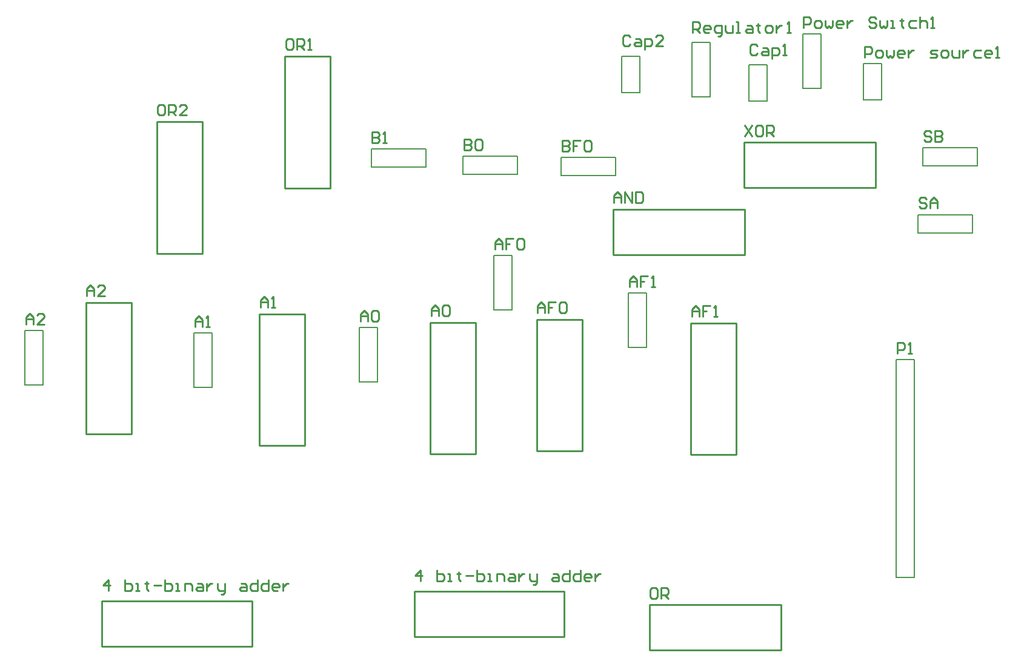
<source format=gto>
%FSTAX23Y23*%
%MOIN*%
%SFA1B1*%

%IPPOS*%
%ADD10C,0.007870*%
%ADD11C,0.010000*%
%LNpcb1-1*%
%LPD*%
G54D10*
X04812Y04595D02*
X04912D01*
Y04395D02*
Y04595D01*
X04812Y04395D02*
X04912D01*
X04812D02*
Y04595D01*
X04849Y02989D02*
X04949D01*
X04849D02*
Y03289D01*
X04949*
Y02989D02*
Y03289D01*
X06321Y01798D02*
Y02923D01*
Y01723D02*
Y01798D01*
Y01723D02*
X06421D01*
Y02923*
X06321D02*
X06421D01*
X0644Y03622D02*
X0674D01*
Y03722*
X0644D02*
X0674D01*
X0644Y03622D02*
Y03722D01*
X06468Y03989D02*
X06768D01*
Y04089*
X06468D02*
X06768D01*
X06468Y03989D02*
Y04089D01*
X04778Y03936D02*
Y04036D01*
X04478Y03936D02*
X04778D01*
X04478D02*
Y04036D01*
X04778*
X05806Y04418D02*
Y04718D01*
Y04418D02*
X05906D01*
Y04718*
X05806D02*
X05906D01*
X0551Y04547D02*
X0561D01*
Y04347D02*
Y04547D01*
X0551Y04347D02*
X0561D01*
X0551D02*
Y04547D01*
X05196Y0437D02*
Y0467D01*
Y0437D02*
X05296D01*
Y0467*
X05196D02*
X05296D01*
X06141Y04354D02*
X06241D01*
X06141D02*
Y04554D01*
X06241*
Y04354D02*
Y04554D01*
X03937Y03943D02*
X04237D01*
Y04043*
X03937D02*
X04237D01*
X03937Y03943D02*
Y04043D01*
X03433Y04083D02*
X03733D01*
X03433Y03983D02*
Y04083D01*
Y03983D02*
X03733D01*
Y04083*
X04109Y03197D02*
Y03497D01*
Y03197D02*
X04209D01*
Y03497*
X04109D02*
X04209D01*
X03367Y02799D02*
Y03099D01*
Y02799D02*
X03467D01*
Y03099*
X03367D02*
X03467D01*
X02459Y0277D02*
Y0307D01*
Y0277D02*
X02559D01*
Y0307*
X02459D02*
X02559D01*
X01529Y02784D02*
Y03084D01*
Y02784D02*
X01629D01*
Y03084*
X01529D02*
X01629D01*
G54D11*
X02959Y04593D02*
X03209D01*
X02959Y03868D02*
Y04593D01*
Y03868D02*
X03209D01*
Y04593*
X02253Y04233D02*
X02503D01*
X02253Y03508D02*
Y04233D01*
Y03508D02*
X02503D01*
Y04233*
X0367Y01398D02*
X04495D01*
Y01648*
X0367Y01398D02*
Y01648D01*
X04495*
X01952Y01345D02*
X02777D01*
Y01595*
X01952Y01345D02*
Y01595D01*
X02777*
X05484Y0387D02*
Y0412D01*
Y0387D02*
X06209D01*
Y0412*
X05484D02*
X06209D01*
X04763Y03502D02*
Y03752D01*
Y03502D02*
X05488D01*
Y03752*
X04763D02*
X05488D01*
X05688Y01323D02*
Y01573D01*
X04963D02*
X05688D01*
X04963Y01323D02*
Y01573D01*
Y01323D02*
X05688D01*
X01864Y03238D02*
X02114D01*
X01864Y02513D02*
Y03238D01*
Y02513D02*
X02114D01*
Y03238*
X03759Y03128D02*
X04009D01*
X03759Y02403D02*
Y03128D01*
Y02403D02*
X04009D01*
Y03128*
X02818Y03174D02*
X03068D01*
X02818Y02449D02*
Y03174D01*
Y02449D02*
X03068D01*
Y03174*
X04343Y03145D02*
X04593D01*
X04343Y0242D02*
Y03145D01*
Y0242D02*
X04593D01*
Y03145*
X05192Y03125D02*
X05442D01*
X05192Y024D02*
Y03125D01*
Y024D02*
X05442D01*
Y03125*
X04858Y04699D02*
X04848Y04709D01*
X04828*
X04818Y04699*
Y04659*
X04828Y04649*
X04848*
X04858Y04659*
X04888Y04689D02*
X04908D01*
X04918Y04679*
Y04649*
X04888*
X04878Y04659*
X04888Y04669*
X04918*
X04938Y04629D02*
Y04689D01*
X04968*
X04978Y04679*
Y04659*
X04968Y04649*
X04938*
X05038D02*
X04998D01*
X05038Y04689*
Y04699*
X05028Y04709*
X05008*
X04998Y04699*
X06328Y02957D02*
Y03017D01*
X06358*
X06368Y03007*
Y02987*
X06358Y02977*
X06328*
X06388Y02957D02*
X06408D01*
X06398*
Y03017*
X06388Y03007*
X02287Y04328D02*
X02268D01*
X02258Y04318*
Y04279*
X02268Y04269*
X02287*
X02297Y04279*
Y04318*
X02287Y04328*
X02317Y04269D02*
Y04328D01*
X02347*
X02357Y04318*
Y04298*
X02347Y04288*
X02317*
X02337D02*
X02357Y04269D01*
X02417D02*
X02377D01*
X02417Y04308*
Y04318*
X02407Y04328*
X02387*
X02377Y04318*
X02994Y04689D02*
X02974D01*
X02964Y04679*
Y04639*
X02974Y04629*
X02994*
X03004Y04639*
Y04679*
X02994Y04689*
X03024Y04629D02*
Y04689D01*
X03054*
X03064Y04679*
Y04659*
X03054Y04649*
X03024*
X03044D02*
X03064Y04629D01*
X03084D02*
X03104D01*
X03094*
Y04689*
X03084Y04679*
X05489Y04215D02*
X05529Y04155D01*
Y04215D02*
X05489Y04155D01*
X05579Y04215D02*
X05559D01*
X05549Y04205*
Y04165*
X05559Y04155*
X05579*
X05589Y04165*
Y04205*
X05579Y04215*
X05609Y04155D02*
Y04215D01*
X05639*
X05649Y04205*
Y04185*
X05639Y04175*
X05609*
X05629D02*
X05649Y04155D01*
X06514Y04173D02*
X06504Y04183D01*
X06484*
X06474Y04173*
Y04163*
X06484Y04153*
X06504*
X06514Y04143*
Y04133*
X06504Y04123*
X06484*
X06474Y04133*
X06534Y04183D02*
Y04123D01*
X06564*
X06574Y04133*
Y04143*
X06564Y04153*
X06534*
X06564*
X06574Y04163*
Y04173*
X06564Y04183*
X06534*
X06486Y03806D02*
X06476Y03816D01*
X06456*
X06446Y03806*
Y03796*
X06456Y03786*
X06476*
X06486Y03776*
Y03766*
X06476Y03756*
X06456*
X06446Y03766*
X06506Y03756D02*
Y03796D01*
X06526Y03816*
X06546Y03796*
Y03756*
Y03786*
X06506*
X04998Y01668D02*
X04978D01*
X04968Y01658*
Y01618*
X04978Y01608*
X04998*
X05008Y01618*
Y01658*
X04998Y01668*
X05028Y01608D02*
Y01668D01*
X05058*
X05068Y01658*
Y01638*
X05058Y01628*
X05028*
X05048D02*
X05068Y01608D01*
X04768Y03787D02*
Y03827D01*
X04788Y03847*
X04808Y03827*
Y03787*
Y03817*
X04768*
X04828Y03787D02*
Y03847D01*
X04868Y03787*
Y03847*
X04888D02*
Y03787D01*
X04918*
X04928Y03797*
Y03837*
X04918Y03847*
X04888*
X01988Y0165D02*
Y0171D01*
X01958Y0168*
X01998*
X02078Y0171D02*
Y0165D01*
X02108*
X02118Y0166*
Y0167*
Y0168*
X02108Y0169*
X02078*
X02138Y0165D02*
X02158D01*
X02148*
Y0169*
X02138*
X02198Y017D02*
Y0169D01*
X02188*
X02208*
X02198*
Y0166*
X02208Y0165*
X02238Y0168D02*
X02278D01*
X02298Y0171D02*
Y0165D01*
X02328*
X02338Y0166*
Y0167*
Y0168*
X02328Y0169*
X02298*
X02358Y0165D02*
X02378D01*
X02368*
Y0169*
X02358*
X02408Y0165D02*
Y0169D01*
X02438*
X02448Y0168*
Y0165*
X02478Y0169D02*
X02498D01*
X02508Y0168*
Y0165*
X02478*
X02468Y0166*
X02478Y0167*
X02508*
X02528Y0169D02*
Y0165D01*
Y0167*
X02538Y0168*
X02548Y0169*
X02558*
X02588D02*
Y0166D01*
X02598Y0165*
X02628*
Y0164*
X02618Y0163*
X02608*
X02628Y0165D02*
Y0169D01*
X02717D02*
X02737D01*
X02747Y0168*
Y0165*
X02717*
X02707Y0166*
X02717Y0167*
X02747*
X02807Y0171D02*
Y0165D01*
X02777*
X02767Y0166*
Y0168*
X02777Y0169*
X02807*
X02867Y0171D02*
Y0165D01*
X02837*
X02827Y0166*
Y0168*
X02837Y0169*
X02867*
X02917Y0165D02*
X02897D01*
X02887Y0166*
Y0168*
X02897Y0169*
X02917*
X02927Y0168*
Y0167*
X02887*
X02947Y0169D02*
Y0165D01*
Y0167*
X02957Y0168*
X02967Y0169*
X02977*
X03705Y01703D02*
Y01763D01*
X03675Y01733*
X03715*
X03795Y01763D02*
Y01703D01*
X03825*
X03835Y01713*
Y01723*
Y01733*
X03825Y01743*
X03795*
X03855Y01703D02*
X03875D01*
X03865*
Y01743*
X03855*
X03915Y01753D02*
Y01743D01*
X03905*
X03925*
X03915*
Y01713*
X03925Y01703*
X03955Y01733D02*
X03995D01*
X04015Y01763D02*
Y01703D01*
X04045*
X04055Y01713*
Y01723*
Y01733*
X04045Y01743*
X04015*
X04075Y01703D02*
X04095D01*
X04085*
Y01743*
X04075*
X04125Y01703D02*
Y01743D01*
X04155*
X04165Y01733*
Y01703*
X04195Y01743D02*
X04215D01*
X04225Y01733*
Y01703*
X04195*
X04185Y01713*
X04195Y01723*
X04225*
X04245Y01743D02*
Y01703D01*
Y01723*
X04255Y01733*
X04265Y01743*
X04275*
X04305D02*
Y01713D01*
X04315Y01703*
X04345*
Y01693*
X04335Y01683*
X04325*
X04345Y01703D02*
Y01743D01*
X04435D02*
X04455D01*
X04465Y01733*
Y01703*
X04435*
X04425Y01713*
X04435Y01723*
X04465*
X04525Y01763D02*
Y01703D01*
X04495*
X04485Y01713*
Y01733*
X04495Y01743*
X04525*
X04585Y01763D02*
Y01703D01*
X04555*
X04545Y01713*
Y01733*
X04555Y01743*
X04585*
X04635Y01703D02*
X04615D01*
X04605Y01713*
Y01733*
X04615Y01743*
X04635*
X04645Y01733*
Y01723*
X04605*
X04665Y01743D02*
Y01703D01*
Y01723*
X04675Y01733*
X04685Y01743*
X04695*
X05202Y04724D02*
Y04784D01*
X05232*
X05242Y04774*
Y04754*
X05232Y04744*
X05202*
X05222D02*
X05242Y04724D01*
X05292D02*
X05272D01*
X05262Y04734*
Y04754*
X05272Y04764*
X05292*
X05302Y04754*
Y04744*
X05262*
X05342Y04704D02*
X05352D01*
X05362Y04714*
Y04764*
X05332*
X05322Y04754*
Y04734*
X05332Y04724*
X05362*
X05382Y04764D02*
Y04734D01*
X05392Y04724*
X05422*
Y04764*
X05442Y04724D02*
X05462D01*
X05452*
Y04784*
X05442*
X05502Y04764D02*
X05522D01*
X05532Y04754*
Y04724*
X05502*
X05492Y04734*
X05502Y04744*
X05532*
X05562Y04774D02*
Y04764D01*
X05552*
X05572*
X05562*
Y04734*
X05572Y04724*
X05612D02*
X05632D01*
X05642Y04734*
Y04754*
X05632Y04764*
X05612*
X05602Y04754*
Y04734*
X05612Y04724*
X05662Y04764D02*
Y04724D01*
Y04744*
X05672Y04754*
X05682Y04764*
X05692*
X05722Y04724D02*
X05742D01*
X05732*
Y04784*
X05722Y04774*
X05812Y04752D02*
Y04812D01*
X05842*
X05852Y04802*
Y04782*
X05842Y04772*
X05812*
X05882Y04752D02*
X05902D01*
X05912Y04762*
Y04782*
X05902Y04792*
X05882*
X05872Y04782*
Y04762*
X05882Y04752*
X05932Y04792D02*
Y04762D01*
X05942Y04752*
X05952Y04762*
X05962Y04752*
X05972Y04762*
Y04792*
X06022Y04752D02*
X06002D01*
X05992Y04762*
Y04782*
X06002Y04792*
X06022*
X06032Y04782*
Y04772*
X05992*
X06052Y04792D02*
Y04752D01*
Y04772*
X06062Y04782*
X06072Y04792*
X06082*
X06212Y04802D02*
X06202Y04812D01*
X06182*
X06172Y04802*
Y04792*
X06182Y04782*
X06202*
X06212Y04772*
Y04762*
X06202Y04752*
X06182*
X06172Y04762*
X06232Y04792D02*
Y04762D01*
X06242Y04752*
X06252Y04762*
X06262Y04752*
X06272Y04762*
Y04792*
X06292Y04752D02*
X06312D01*
X06302*
Y04792*
X06292*
X06352Y04802D02*
Y04792D01*
X06342*
X06362*
X06352*
Y04762*
X06362Y04752*
X06432Y04792D02*
X06402D01*
X06392Y04782*
Y04762*
X06402Y04752*
X06432*
X06452Y04812D02*
Y04752D01*
Y04782*
X06462Y04792*
X06482*
X06492Y04782*
Y04752*
X06512D02*
X06532D01*
X06522*
Y04812*
X06512Y04802*
X06147Y04588D02*
Y04648D01*
X06177*
X06187Y04638*
Y04618*
X06177Y04608*
X06147*
X06217Y04588D02*
X06237D01*
X06247Y04598*
Y04618*
X06237Y04628*
X06217*
X06207Y04618*
Y04598*
X06217Y04588*
X06267Y04628D02*
Y04598D01*
X06277Y04588*
X06287Y04598*
X06297Y04588*
X06307Y04598*
Y04628*
X06357Y04588D02*
X06337D01*
X06327Y04598*
Y04618*
X06337Y04628*
X06357*
X06367Y04618*
Y04608*
X06327*
X06387Y04628D02*
Y04588D01*
Y04608*
X06397Y04618*
X06407Y04628*
X06417*
X06507Y04588D02*
X06537D01*
X06547Y04598*
X06537Y04608*
X06517*
X06507Y04618*
X06517Y04628*
X06547*
X06576Y04588D02*
X06596D01*
X06606Y04598*
Y04618*
X06596Y04628*
X06576*
X06567Y04618*
Y04598*
X06576Y04588*
X06626Y04628D02*
Y04598D01*
X06636Y04588*
X06666*
Y04628*
X06686D02*
Y04588D01*
Y04608*
X06696Y04618*
X06706Y04628*
X06716*
X06786D02*
X06756D01*
X06746Y04618*
Y04598*
X06756Y04588*
X06786*
X06836D02*
X06816D01*
X06806Y04598*
Y04618*
X06816Y04628*
X06836*
X06846Y04618*
Y04608*
X06806*
X06866Y04588D02*
X06886D01*
X06876*
Y04648*
X06866Y04638*
X04484Y0413D02*
Y0407D01*
X04514*
X04524Y0408*
Y0409*
X04514Y041*
X04484*
X04514*
X04524Y0411*
Y0412*
X04514Y0413*
X04484*
X04584D02*
X04544D01*
Y041*
X04564*
X04544*
Y0407*
X04604Y0412D02*
X04614Y0413D01*
X04634*
X04644Y0412*
Y0408*
X04634Y0407*
X04614*
X04604Y0408*
Y0412*
X03943Y04137D02*
Y04077D01*
X03973*
X03983Y04087*
Y04097*
X03973Y04107*
X03943*
X03973*
X03983Y04117*
Y04127*
X03973Y04137*
X03943*
X04003Y04127D02*
X04013Y04137D01*
X04033*
X04043Y04127*
Y04087*
X04033Y04077*
X04013*
X04003Y04087*
Y04127*
X03439Y04177D02*
Y04117D01*
X03469*
X03479Y04127*
Y04137*
X03469Y04147*
X03439*
X03469*
X03479Y04157*
Y04167*
X03469Y04177*
X03439*
X03499Y04117D02*
X03519D01*
X03509*
Y04177*
X03499Y04167*
X04854Y03323D02*
Y03363D01*
X04874Y03383*
X04894Y03363*
Y03323*
Y03353*
X04854*
X04954Y03383D02*
X04914D01*
Y03353*
X04934*
X04914*
Y03323*
X04974D02*
X04994D01*
X04984*
Y03383*
X04974Y03373*
X04115Y03531D02*
Y03571D01*
X04135Y03591*
X04155Y03571*
Y03531*
Y03561*
X04115*
X04215Y03591D02*
X04175D01*
Y03561*
X04195*
X04175*
Y03531*
X04235Y03581D02*
X04245Y03591D01*
X04265*
X04275Y03581*
Y03541*
X04265Y03531*
X04245*
X04235Y03541*
Y03581*
X03373Y03133D02*
Y03173D01*
X03393Y03193*
X03413Y03173*
Y03133*
Y03163*
X03373*
X03433Y03183D02*
X03443Y03193D01*
X03463*
X03473Y03183*
Y03143*
X03463Y03133*
X03443*
X03433Y03143*
Y03183*
X02465Y03104D02*
Y03144D01*
X02485Y03164*
X02505Y03144*
Y03104*
Y03134*
X02465*
X02525Y03104D02*
X02545D01*
X02535*
Y03164*
X02525Y03154*
X01535Y03118D02*
Y03158D01*
X01555Y03178*
X01575Y03158*
Y03118*
Y03148*
X01535*
X01635Y03118D02*
X01595D01*
X01635Y03158*
Y03168*
X01625Y03178*
X01605*
X01595Y03168*
X05557Y04651D02*
X05547Y04661D01*
X05527*
X05517Y04651*
Y04611*
X05527Y04601*
X05547*
X05557Y04611*
X05587Y04641D02*
X05607D01*
X05616Y04631*
Y04601*
X05587*
X05577Y04611*
X05587Y04621*
X05616*
X05636Y04581D02*
Y04641D01*
X05666*
X05676Y04631*
Y04611*
X05666Y04601*
X05636*
X05696D02*
X05716D01*
X05706*
Y04661*
X05696Y04651*
X05197Y0316D02*
Y032D01*
X05217Y0322*
X05236Y032*
Y0316*
Y0319*
X05197*
X05296Y0322D02*
X05256D01*
Y0319*
X05276*
X05256*
Y0316*
X05316D02*
X05336D01*
X05326*
Y0322*
X05316Y0321*
X04348Y0318D02*
Y0322D01*
X04368Y0324*
X04388Y0322*
Y0318*
Y0321*
X04348*
X04448Y0324D02*
X04408D01*
Y0321*
X04428*
X04408*
Y0318*
X04468Y0323D02*
X04478Y0324D01*
X04498*
X04508Y0323*
Y0319*
X04498Y0318*
X04478*
X04468Y0319*
Y0323*
X03764Y03163D02*
Y03203D01*
X03784Y03223*
X03804Y03203*
Y03163*
Y03193*
X03764*
X03824Y03213D02*
X03834Y03223D01*
X03854*
X03864Y03213*
Y03173*
X03854Y03163*
X03834*
X03824Y03173*
Y03213*
X02823Y03209D02*
Y03249D01*
X02843Y03269*
X02863Y03249*
Y03209*
Y03239*
X02823*
X02883Y03209D02*
X02903D01*
X02893*
Y03269*
X02883Y03259*
X01869Y03273D02*
Y03313D01*
X01889Y03333*
X01909Y03313*
Y03273*
Y03303*
X01869*
X01969Y03273D02*
X01929D01*
X01969Y03313*
Y03323*
X01959Y03333*
X01939*
X01929Y03323*
M02*
</source>
